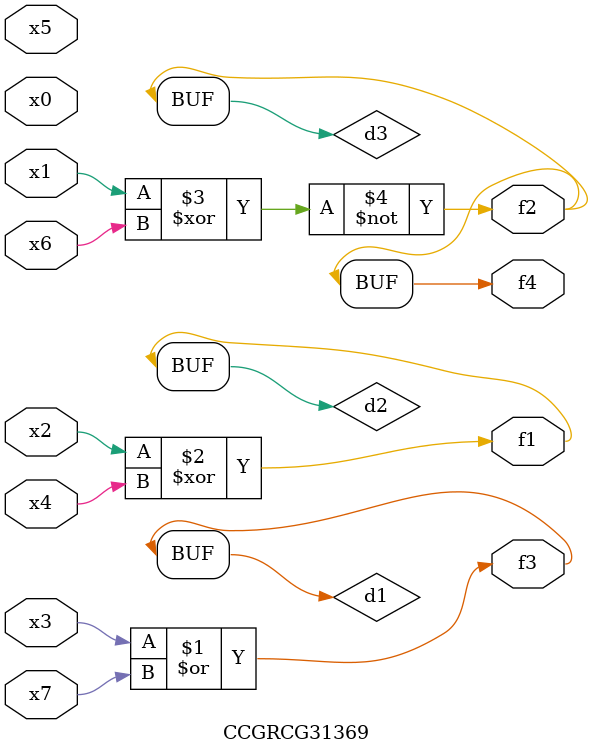
<source format=v>
module CCGRCG31369(
	input x0, x1, x2, x3, x4, x5, x6, x7,
	output f1, f2, f3, f4
);

	wire d1, d2, d3;

	or (d1, x3, x7);
	xor (d2, x2, x4);
	xnor (d3, x1, x6);
	assign f1 = d2;
	assign f2 = d3;
	assign f3 = d1;
	assign f4 = d3;
endmodule

</source>
